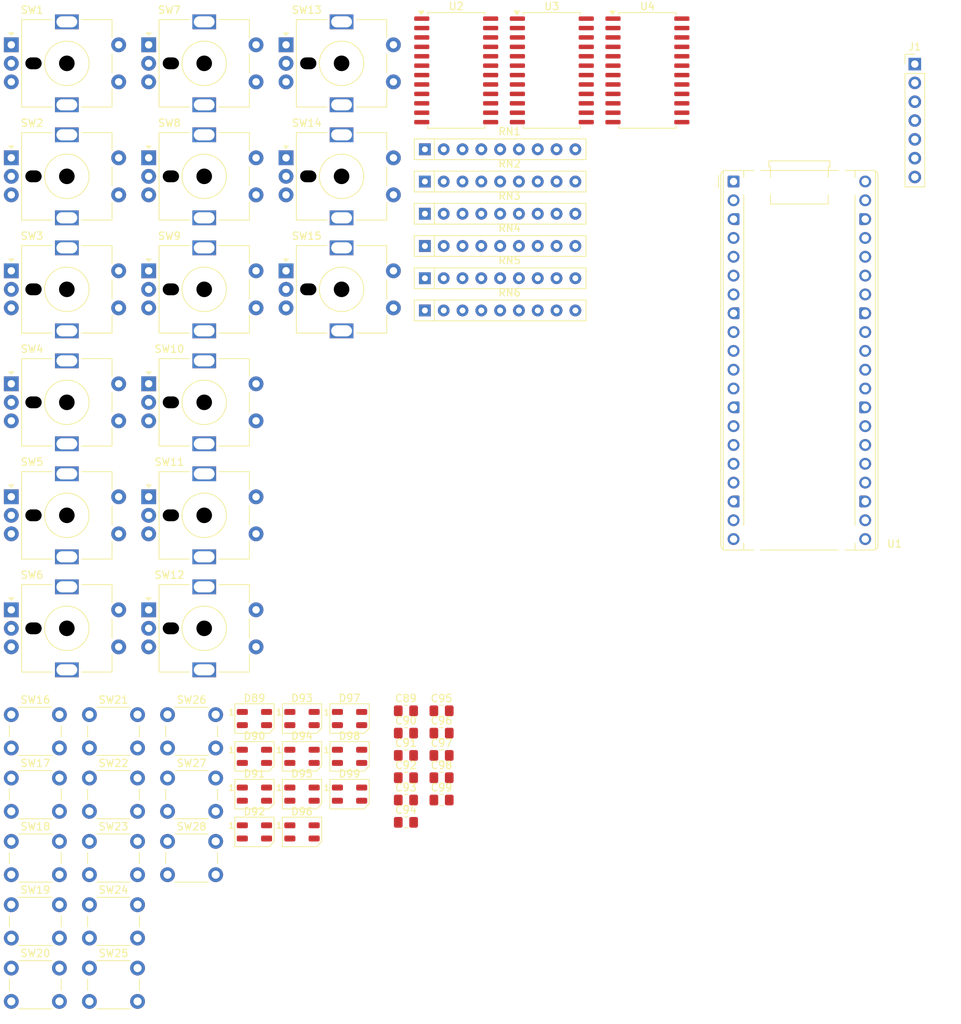
<source format=kicad_pcb>
(kicad_pcb (version 20240108) (generator "pcbnew") (generator_version "8.0")
  (layers (0 "F.Cu" signal) (31 "B.Cu" signal) (34 "B.Paste" user) (35 "F.Paste" user) (36 "B.SilkS" user "B.Silkscreen") (37 "F.SilkS" user "F.Silkscreen") (38 "B.Mask" user) (39 "F.Mask" user) (44 "Edge.Cuts" user))
  (net 0 "")
  (net 1 "5v")
  (net 2 "GND")
  (net 3 "/ButtonsAndLeds/LED_SER_D")
  (net 4 "Net-(D89-DOUT)")
  (net 5 "Net-(D90-DOUT)")
  (net 6 "Net-(D91-DOUT)")
  (net 7 "Net-(D92-DOUT)")
  (net 8 "Net-(D93-DOUT)")
  (net 9 "Net-(D94-DOUT)")
  (net 10 "Net-(D95-DOUT)")
  (net 11 "Net-(D96-DOUT)")
  (net 12 "Net-(D97-DOUT)")
  (net 13 "Net-(D98-DOUT)")
  (net 15 "Net-(J1-Pin_5)")
  (net 16 "Net-(J1-Pin_6)")
  (net 17 "3.3v")
  (net 18 "Net-(J1-Pin_3)")
  (net 19 "Net-(J1-Pin_7)")
  (net 20 "Net-(J1-Pin_4)")
  (net 21 "/Encoders/A0")
  (net 22 "/Encoders/A7")
  (net 23 "/Encoders/A5")
  (net 24 "/Encoders/A6")
  (net 25 "/Encoders/A4")
  (net 26 "/Encoders/A2")
  (net 27 "/Encoders/A3")
  (net 28 "/Encoders/A1")
  (net 29 "/Encoders/A12")
  (net 30 "/Encoders/A13")
  (net 31 "/Encoders/A14")
  (net 32 "/Encoders/A11")
  (net 33 "/Encoders/A8")
  (net 34 "/Encoders/A9")
  (net 35 "/Encoders/A10")
  (net 37 "/Encoders/B2")
  (net 38 "/Encoders/B1")
  (net 39 "/Encoders/B6")
  (net 40 "/Encoders/B3")
  (net 41 "/Encoders/B0")
  (net 42 "/Encoders/B4")
  (net 43 "/Encoders/B7")
  (net 44 "/Encoders/B5")
  (net 45 "/Encoders/B10")
  (net 46 "/Encoders/B9")
  (net 47 "/Encoders/B13")
  (net 48 "/Encoders/B14")
  (net 49 "/Encoders/B12")
  (net 51 "/Encoders/B8")
  (net 52 "/Encoders/B11")
  (net 53 "/Encoders/SW1")
  (net 54 "/Encoders/SW0")
  (net 55 "/Encoders/SW4")
  (net 56 "/Encoders/SW6")
  (net 57 "/Encoders/SW3")
  (net 58 "/Encoders/SW2")
  (net 59 "/Encoders/SW5")
  (net 60 "/Encoders/SW7")
  (net 62 "/Encoders/SW11")
  (net 63 "/Encoders/SW14")
  (net 64 "/Encoders/SW10")
  (net 65 "/Encoders/SW13")
  (net 66 "/Encoders/SW9")
  (net 67 "/Encoders/SW12")
  (net 68 "/Encoders/SW8")
  (net 69 "/ButtonsAndLeds/SW_00")
  (net 70 "/ButtonsAndLeds/SW_01")
  (net 71 "/ButtonsAndLeds/SW_02")
  (net 72 "/SW_03")
  (net 73 "/SW_04")
  (net 74 "/SW_05")
  (net 75 "/SW_06")
  (net 76 "/SW_07")
  (net 77 "/SW_08")
  (net 78 "/SW_09")
  (net 79 "/SW_10")
  (net 80 "/SW_11")
  (net 81 "/SW_12")
  (net 82 "/Encoders/COM_A")
  (net 84 "/Encoders/S3")
  (net 86 "/Encoders/COM_SW")
  (net 87 "/Encoders/COM_B")
  (net 88 "/Encoders/S2")
  (net 89 "/Encoders/S0")
  (net 91 "/Encoders/S1")
  (footprint "Button_Switch_THT:SW_PUSH_6mm_H5mm" (layer "F.Cu") (at 55.74 163.395)
    (property "Reference" "SW25")
    (property "Value" "SW_Push")
  )
  (footprint "LED_SMD:LED_WS2812B-Mini_PLCC4_3.5x3.5mm" (layer "F.Cu") (at 78.025 139.92)
    (property "Reference" "D91")
    (property "Value" "WS2812B-mini")
  )
  (footprint "Button_Switch_THT:SW_PUSH_6mm_H5mm" (layer "F.Cu") (at 55.74 154.845)
    (property "Reference" "SW24")
    (property "Value" "SW_Push")
  )
  (footprint "LED_SMD:LED_WS2812B-Mini_PLCC4_3.5x3.5mm" (layer "F.Cu") (at 78.025 145.02)
    (property "Reference" "D92")
    (property "Value" "WS2812B-mini")
  )
  (footprint "Button_Switch_THT:SW_PUSH_6mm_H5mm" (layer "F.Cu") (at 55.74 137.745)
    (property "Reference" "SW22")
    (property "Value" "SW_Push")
  )
  (footprint "Resistor_THT:R_Array_SIP9" (layer "F.Cu") (at 101.04 70.295)
    (property "Reference" "RN5")
    (property "Value" "10K")
  )
  (footprint "Capacitor_SMD:C_0805_2012Metric_Pad1.18x1.45mm_HandSolder" (layer "F.Cu") (at 103.29 131.685)
    (property "Reference" "C96")
    (property "Value" "100n")
  )
  (footprint "Rotary_Encoder:RotaryEncoder_Alps_EC11E-Switch_Vertical_H20mm_MountingHoles" (layer "F.Cu") (at 45.19 54.045)
    (property "Reference" "SW2")
    (property "Value" "RotaryEncoder_Switch")
  )
  (footprint "Capacitor_SMD:C_0805_2012Metric_Pad1.18x1.45mm_HandSolder" (layer "F.Cu") (at 103.29 137.705)
    (property "Reference" "C98")
    (property "Value" "100n")
  )
  (footprint "Rotary_Encoder:RotaryEncoder_Alps_EC11E-Switch_Vertical_H20mm_MountingHoles" (layer "F.Cu") (at 63.74 99.795)
    (property "Reference" "SW11")
    (property "Value" "RotaryEncoder_Switch")
  )
  (footprint "Resistor_THT:R_Array_SIP9" (layer "F.Cu") (at 101.04 74.645)
    (property "Reference" "RN6")
    (property "Value" "10K")
  )
  (footprint "Button_Switch_THT:SW_PUSH_6mm_H5mm" (layer "F.Cu") (at 66.29 137.745)
    (property "Reference" "SW27")
    (property "Value" "SW_Push")
  )
  (footprint "Rotary_Encoder:RotaryEncoder_Alps_EC11E-Switch_Vertical_H20mm_MountingHoles" (layer "F.Cu") (at 63.74 38.795)
    (property "Reference" "SW7")
    (property "Value" "RotaryEncoder_Switch")
  )
  (footprint "Capacitor_SMD:C_0805_2012Metric_Pad1.18x1.45mm_HandSolder" (layer "F.Cu") (at 98.48 137.705)
    (property "Reference" "C92")
    (property "Value" "100n")
  )
  (footprint "Capacitor_SMD:C_0805_2012Metric_Pad1.18x1.45mm_HandSolder" (layer "F.Cu") (at 98.48 128.675)
    (property "Reference" "C89")
    (property "Value" "100n")
  )
  (footprint "Button_Switch_THT:SW_PUSH_6mm_H5mm" (layer "F.Cu") (at 45.19 137.745)
    (property "Reference" "SW17")
    (property "Value" "SW_Push")
  )
  (footprint "Button_Switch_THT:SW_PUSH_6mm_H5mm" (layer "F.Cu") (at 45.19 163.395)
    (property "Reference" "SW20")
    (property "Value" "SW_Push")
  )
  (footprint "Capacitor_SMD:C_0805_2012Metric_Pad1.18x1.45mm_HandSolder" (layer "F.Cu") (at 98.48 134.695)
    (property "Reference" "C91")
    (property "Value" "100n")
  )
  (footprint "Rotary_Encoder:RotaryEncoder_Alps_EC11E-Switch_Vertical_H20mm_MountingHoles" (layer "F.Cu") (at 45.19 115.045)
    (property "Reference" "SW6")
    (property "Value" "RotaryEncoder_Switch")
  )
  (footprint "LED_SMD:LED_WS2812B-Mini_PLCC4_3.5x3.5mm" (layer "F.Cu") (at 84.445 134.82)
    (property "Reference" "D94")
    (property "Value" "WS2812B-mini")
  )
  (footprint "LED_SMD:LED_WS2812B-Mini_PLCC4_3.5x3.5mm" (layer "F.Cu") (at 84.445 129.72)
    (property "Reference" "D93")
    (property "Value" "WS2812B-mini")
  )
  (footprint "Capacitor_SMD:C_0805_2012Metric_Pad1.18x1.45mm_HandSolder" (layer "F.Cu") (at 103.29 140.715)
    (property "Reference" "C99")
    (property "Value" "100n")
  )
  (footprint "LED_SMD:LED_WS2812B-Mini_PLCC4_3.5x3.5mm" (layer "F.Cu") (at 78.025 134.82)
    (property "Reference" "D90")
    (property "Value" "WS2812B-mini")
  )
  (footprint "Rotary_Encoder:RotaryEncoder_Alps_EC11E-Switch_Vertical_H20mm_MountingHoles" (layer "F.Cu") (at 45.19 69.295)
    (property "Reference" "SW3")
    (property "Value" "RotaryEncoder_Switch")
  )
  (footprint "Package_SO:SOIC-24W_7.5x15.4mm_P1.27mm" (layer "F.Cu") (at 131.09 42.245)
    (property "Reference" "U4")
    (property "Value" "CD74HC4067M")
  )
  (footprint "Capacitor_SMD:C_0805_2012Metric_Pad1.18x1.45mm_HandSolder" (layer "F.Cu") (at 103.29 128.675)
    (property "Reference" "C95")
    (property "Value" "100n")
  )
  (footprint "Capacitor_SMD:C_0805_2012Metric_Pad1.18x1.45mm_HandSolder" (layer "F.Cu") (at 98.48 143.725)
    (property "Reference" "C94")
    (property "Value" "100n")
  )
  (footprint "Button_Switch_THT:SW_PUSH_6mm_H5mm" (layer "F.Cu") (at 55.74 146.295)
    (property "Reference" "SW23")
    (property "Value" "SW_Push")
  )
  (footprint "Rotary_Encoder:RotaryEncoder_Alps_EC11E-Switch_Vertical_H20mm_MountingHoles" (layer "F.Cu") (at 63.74 69.295)
    (property "Reference" "SW9")
    (property "Value" "RotaryEncoder_Switch")
  )
  (footprint "Resistor_THT:R_Array_SIP9" (layer "F.Cu") (at 101.04 61.595)
    (property "Reference" "RN3")
    (property "Value" "10K")
  )
  (footprint "Rotary_Encoder:RotaryEncoder_Alps_EC11E-Switch_Vertical_H20mm_MountingHoles" (layer "F.Cu") (at 45.19 38.795)
    (property "Reference" "SW1")
    (property "Value" "RotaryEncoder_Switch")
  )
  (footprint "LED_SMD:LED_WS2812B-Mini_PLCC4_3.5x3.5mm" (layer "F.Cu") (at 90.865 134.82)
    (property "Reference" "D98")
    (property "Value" "WS2812B-mini")
  )
  (footprint "Module:RaspberryPi_Pico_Common_THT" (layer "F.Cu") (at 142.72 57.24)
    (property "Reference" "U1")
    (property "Value" "Pico")
  )
  (footprint "Rotary_Encoder:RotaryEncoder_Alps_EC11E-Switch_Vertical_H20mm_MountingHoles" (layer "F.Cu") (at 82.29 54.045)
    (property "Reference" "SW14")
    (property "Value" "RotaryEncoder_Switch")
  )
  (footprint "Rotary_Encoder:RotaryEncoder_Alps_EC11E-Switch_Vertical_H20mm_MountingHoles" (layer "F.Cu") (at 82.29 69.295)
    (property "Reference" "SW15")
    (property "Value" "RotaryEncoder_Switch")
  )
  (footprint "Rotary_Encoder:RotaryEncoder_Alps_EC11E-Switch_Vertical_H20mm_MountingHoles" (layer "F.Cu") (at 63.74 84.545)
    (property "Reference" "SW10")
    (property "Value" "RotaryEncoder_Switch")
  )
  (footprint "Button_Switch_THT:SW_PUSH_6mm_H5mm" (layer "F.Cu") (at 45.19 129.195)
    (property "Reference" "SW16")
    (property "Value" "SW_Push")
  )
  (footprint "Resistor_THT:R_Array_SIP9" (layer "F.Cu") (at 101.04 65.945)
    (property "Reference" "RN4")
    (property "Value" "10K")
  )
  (footprint "LED_SMD:LED_WS2812B-Mini_PLCC4_3.5x3.5mm" (layer "F.Cu") (at 90.865 139.92)
    (property "Reference" "D99")
    (property "Value" "WS2812B-mini")
  )
  (footprint "LED_SMD:LED_WS2812B-Mini_PLCC4_3.5x3.5mm" (layer "F.Cu") (at 84.445 145.02)
    (property "Reference" "D96")
    (property "Value" "WS2812B-mini")
  )
  (footprint "Button_Switch_THT:SW_PUSH_6mm_H5mm" (layer "F.Cu") (at 66.29 129.195)
    (property "Reference" "SW26")
    (property "Value" "SW_Push")
  )
  (footprint "Resistor_THT:R_Array_SIP9" (layer "F.Cu") (at 101.04 52.895)
    (property "Reference" "RN1")
    (property "Value" "10K")
  )
  (footprint "Button_Switch_THT:SW_PUSH_6mm_H5mm" (layer "F.Cu") (at 45.19 154.845)
    (property "Reference" "SW19")
    (property "Value" "SW_Push")
  )
  (footprint "Rotary_Encoder:RotaryEncoder_Alps_EC11E-Switch_Vertical_H20mm_MountingHoles" (layer "F.Cu") (at 82.29 38.795)
    (property "Reference" "SW13")
    (property "Value" "RotaryEncoder_Switch")
  )
  (footprint "Capacitor_SMD:C_0805_2012Metric_Pad1.18x1.45mm_HandSolder" (layer "F.Cu") (at 98.48 140.715)
    (property "Reference" "C93")
    (property "Value" "100n")
  )
  (footprint "Connector_PinHeader_2.54mm:PinHeader_1x07_P2.54mm_Vertical" (layer "F.Cu") (at 167.2 41.395)
    (property "Reference" "J1")
    (property "Value" "Conn_01x07_Pin")
  )
  (footprint "Capacitor_SMD:C_0805_2012Metric_Pad1.18x1.45mm_HandSolder" (layer "F.Cu") (at 103.29 134.695)
    (property "Reference" "C97")
    (property "Value" "100n")
  )
  (footprint "Resistor_THT:R_Array_SIP9" (layer "F.Cu") (at 101.04 57.245)
    (property "Reference" "RN2")
    (property "Value" "10K")
  )
  (footprint "Package_SO:SOIC-24W_7.5x15.4mm_P1.27mm" (layer "F.Cu") (at 105.27 42.245)
    (property "Reference" "U2")
    (property "Value" "CD74HC4067M")
  )
  (footprint "Rotary_Encoder:RotaryEncoder_Alps_EC11E-Switch_Vertical_H20mm_MountingHoles" (layer "F.Cu") (at 63.74 54.045)
    (property "Reference" "SW8")
    (property "Value" "RotaryEncoder_Switch")
  )
  (footprint "Package_SO:SOIC-24W_7.5x15.4mm_P1.27mm" (layer "F.Cu") (at 118.18 42.245)
    (property "Reference" "U3")
    (property "Value" "CD74HC4067M")
  )
  (footprint "LED_SMD:LED_WS2812B-Mini_PLCC4_3.5x3.5mm" (layer "F.Cu") (at 78.025 129.72)
    (property "Reference" "D89")
    (property "Value" "WS2812B-mini")
  )
  (footprint "Rotary_Encoder:RotaryEncoder_Alps_EC11E-Switch_Vertical_H20mm_MountingHoles" (layer "F.Cu") (at 45.19 84.545)
    (property "Reference" "SW4")
    (property "Value" "RotaryEncoder_Switch")
  )
  (footprint "Rotary_Encoder:RotaryEncoder_Alps_EC11E-Switch_Vertical_H20mm_MountingHoles" (layer "F.Cu") (at 45.19 99.795)
    (property "Reference" "SW5")
    (property "Value" "RotaryEncoder_Switch")
  )
  (footprint "Button_Switch_THT:SW_PUSH_6mm_H5mm" (layer "F.Cu") (at 45.19 146.295)
    (property "Reference" "SW18")
    (property "Value" "SW_Push")
  )
  (footprint "Rotary_Encoder:RotaryEncoder_Alps_EC11E-Switch_Vertical_H20mm_MountingHoles" (layer "F.Cu") (at 63.74 115.045)
    (property "Reference" "SW12")
    (property "Value" "RotaryEncoder_Switch")
  )
  (footprint "LED_SMD:LED_WS2812B-Mini_PLCC4_3.5x3.5mm" (layer "F.Cu") (at 84.445 139.92)
    (property "Reference" "D95")
    (property "Value" "WS2812B-mini")
  )
  (footprint "Button_Switch_THT:SW_PUSH_6mm_H5mm" (layer "F.Cu") (at 66.29 146.295)
    (property "Reference" "SW28")
    (property "Value" "SW_Push")
  )
  (footprint "Capacitor_SMD:C_0805_2012Metric_Pad1.18x1.45mm_HandSolder" (layer "F.Cu") (at 98.48 131.685)
    (property "Reference" "C90")
    (property "Value" "100n")
  )
  (footprint "Button_Switch_THT:SW_PUSH_6mm_H5mm" (layer "F.Cu") (at 55.74 129.195)
    (property "Reference" "SW21")
    (property "Value" "SW_Push")
  )
  (footprint "LED_SMD:LED_WS2812B-Mini_PLCC4_3.5x3.5mm" (layer "F.Cu") (at 90.865 129.72)
    (property "Reference" "D97")
    (property "Value" "WS2812B-mini")
  )
)
</source>
